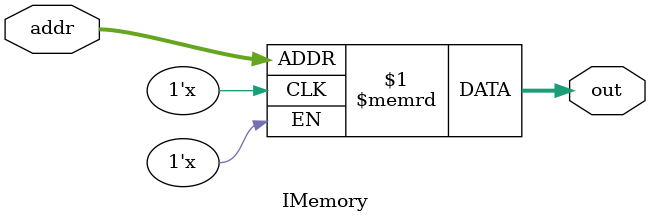
<source format=v>
module IMemory
#(parameter addWidth=6, dataWidth=32)
(
input [addWidth-1:0] addr, //address for read/write operation
output [dataWidth-1:0] out //output insturction or generic data
); 


//add test program to instuction memory
//this would be done by compiler tool chain (loader)
	`ifdef pipelined_program
		initial $readmemh("datapath/pipelined_program", RAM);
	`endif
	`ifdef dp_test_program
		initial $readmemb("datapath/dp_test_program", RAM);
	`endif
	`ifdef test1
		initial $readmemh("programs/test1", RAM);
	`endif
	`ifdef mytest
		initial $readmemb("programs/mytest", RAM);
	`endif
	`ifdef w
		initial $readmemh("programs/w", RAM);
	`endif
	`ifdef haz_program
		initial $readmemb("programs/haz_program", RAM);
	`endif
	`ifdef lw_fwd_test
		initial $readmemb("programs/lw_fwd_test", RAM);
	`endif
	`ifdef hmwk6
		initial $readmemh("programs/hmwk6", RAM);
	`endif
	`ifdef fib
		initial $readmemb("programs/fib", RAM);
	`endif

	reg [dataWidth-1:0] RAM [2**addWidth-1:0]; //this is the actual program instructions

	assign out = RAM[addr]; //async read
	

endmodule

</source>
